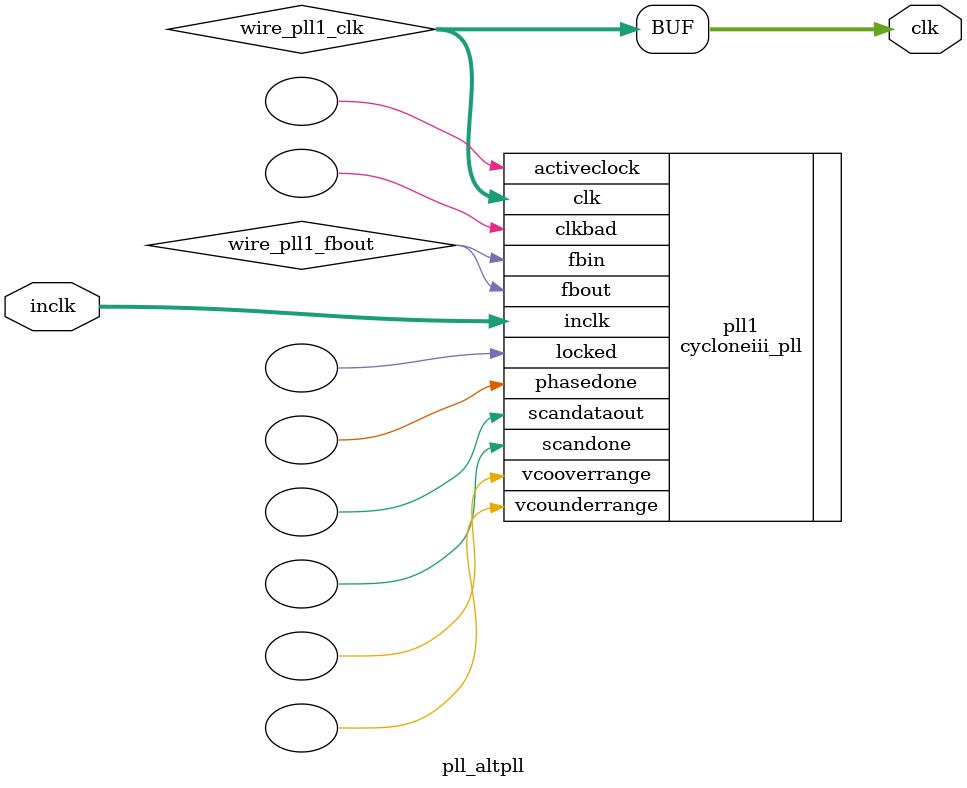
<source format=v>






//synthesis_resources = cycloneiii_pll 1 
//synopsys translate_off
`timescale 1 ps / 1 ps
//synopsys translate_on
module  pll_altpll
	( 
	clk,
	inclk) /* synthesis synthesis_clearbox=1 */;
	output   [4:0]  clk;
	input   [1:0]  inclk;
`ifndef ALTERA_RESERVED_QIS
// synopsys translate_off
`endif
	tri0   [1:0]  inclk;
`ifndef ALTERA_RESERVED_QIS
// synopsys translate_on
`endif

	wire  [4:0]   wire_pll1_clk;
	wire  wire_pll1_fbout;

	cycloneiii_pll   pll1
	( 
	.activeclock(),
	.clk(wire_pll1_clk),
	.clkbad(),
	.fbin(wire_pll1_fbout),
	.fbout(wire_pll1_fbout),
	.inclk(inclk),
	.locked(),
	.phasedone(),
	.scandataout(),
	.scandone(),
	.vcooverrange(),
	.vcounderrange()
	`ifndef FORMAL_VERIFICATION
	// synopsys translate_off
	`endif
	,
	.areset(1'b0),
	.clkswitch(1'b0),
	.configupdate(1'b0),
	.pfdena(1'b1),
	.phasecounterselect({3{1'b0}}),
	.phasestep(1'b0),
	.phaseupdown(1'b0),
	.scanclk(1'b0),
	.scanclkena(1'b1),
	.scandata(1'b0)
	`ifndef FORMAL_VERIFICATION
	// synopsys translate_on
	`endif
	);
	defparam
		pll1.bandwidth_type = "auto",
		pll1.clk0_divide_by = 1,
		pll1.clk0_duty_cycle = 50,
		pll1.clk0_multiply_by = 1,
		pll1.clk0_phase_shift = "0",
		pll1.clk1_divide_by = 1,
		pll1.clk1_duty_cycle = 50,
		pll1.clk1_multiply_by = 1,
		pll1.clk1_phase_shift = "0",
		pll1.compensate_clock = "clk0",
		pll1.inclk0_input_frequency = 20000,
		pll1.operation_mode = "normal",
		pll1.pll_type = "auto",
		pll1.lpm_type = "cycloneiii_pll";
	assign
		clk = wire_pll1_clk;
endmodule //pll_altpll
//VALID FILE

</source>
